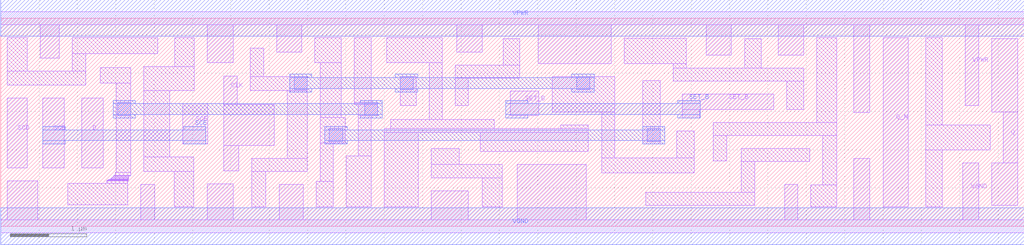
<source format=lef>
# Copyright 2020 The SkyWater PDK Authors
#
# Licensed under the Apache License, Version 2.0 (the "License");
# you may not use this file except in compliance with the License.
# You may obtain a copy of the License at
#
#     https://www.apache.org/licenses/LICENSE-2.0
#
# Unless required by applicable law or agreed to in writing, software
# distributed under the License is distributed on an "AS IS" BASIS,
# WITHOUT WARRANTIES OR CONDITIONS OF ANY KIND, either express or implied.
# See the License for the specific language governing permissions and
# limitations under the License.
#
# SPDX-License-Identifier: Apache-2.0

VERSION 5.5 ;
NAMESCASESENSITIVE ON ;
BUSBITCHARS "[]" ;
DIVIDERCHAR "/" ;
MACRO sky130_fd_sc_hd__sdfsbp_1
  CLASS CORE ;
  SOURCE USER ;
  ORIGIN  0.000000  0.000000 ;
  SIZE  13.34000 BY  2.720000 ;
  SYMMETRY X Y R90 ;
  SITE unithd ;
  PIN D
    ANTENNAGATEAREA  0.159000 ;
    DIRECTION INPUT ;
    USE SIGNAL ;
    PORT
      LAYER li1 ;
        RECT 1.055000 0.765000 1.335000 1.675000 ;
    END
  END D
  PIN Q
    ANTENNADIFFAREA  0.429000 ;
    DIRECTION OUTPUT ;
    USE SIGNAL ;
    PORT
      LAYER li1 ;
        RECT 12.915000 0.275000 13.255000 0.825000 ;
        RECT 12.915000 1.495000 13.255000 2.450000 ;
        RECT 13.070000 0.825000 13.255000 1.495000 ;
    END
  END Q
  PIN Q_N
    ANTENNADIFFAREA  0.429000 ;
    DIRECTION OUTPUT ;
    USE SIGNAL ;
    PORT
      LAYER li1 ;
        RECT 11.500000 0.255000 11.830000 2.465000 ;
    END
  END Q_N
  PIN SCD
    ANTENNAGATEAREA  0.159000 ;
    DIRECTION INPUT ;
    USE SIGNAL ;
    PORT
      LAYER li1 ;
        RECT 0.085000 0.765000 0.345000 1.675000 ;
    END
  END SCD
  PIN SCE
    ANTENNAGATEAREA  0.318000 ;
    DIRECTION INPUT ;
    USE SIGNAL ;
    PORT
      LAYER li1 ;
        RECT 0.545000 0.765000 0.825000 1.675000 ;
    END
    PORT
      LAYER li1 ;
        RECT 2.370000 1.075000 2.700000 1.600000 ;
    END
    PORT
      LAYER met1 ;
        RECT 0.550000 1.075000 0.840000 1.120000 ;
        RECT 0.550000 1.120000 2.675000 1.260000 ;
        RECT 0.550000 1.260000 0.840000 1.305000 ;
        RECT 2.385000 1.075000 2.675000 1.120000 ;
        RECT 2.385000 1.260000 2.675000 1.305000 ;
    END
  END SCE
  PIN SET_B
    ANTENNAGATEAREA  0.252000 ;
    DIRECTION INPUT ;
    USE SIGNAL ;
    PORT
      LAYER li1 ;
        RECT 6.640000 1.445000 7.015000 1.765000 ;
    END
    PORT
      LAYER li1 ;
        RECT 8.885000 1.415000  9.110000 1.525000 ;
        RECT 8.885000 1.525000 10.075000 1.725000 ;
    END
    PORT
      LAYER met1 ;
        RECT 6.580000 1.415000 6.870000 1.460000 ;
        RECT 6.580000 1.460000 9.115000 1.600000 ;
        RECT 6.580000 1.600000 6.870000 1.645000 ;
        RECT 8.825000 1.415000 9.115000 1.460000 ;
        RECT 8.825000 1.600000 9.115000 1.645000 ;
    END
  END SET_B
  PIN CLK
    ANTENNAGATEAREA  0.159000 ;
    DIRECTION INPUT ;
    USE CLOCK ;
    PORT
      LAYER li1 ;
        RECT 2.905000 0.725000 3.100000 1.055000 ;
        RECT 2.905000 1.055000 3.565000 1.590000 ;
        RECT 2.905000 1.590000 3.085000 1.960000 ;
    END
  END CLK
  PIN VGND
    DIRECTION INOUT ;
    SHAPE ABUTMENT ;
    USE GROUND ;
    PORT
      LAYER li1 ;
        RECT  0.000000 -0.085000 13.340000 0.085000 ;
        RECT  0.085000  0.085000  0.480000 0.595000 ;
        RECT  1.825000  0.085000  2.005000 0.545000 ;
        RECT  2.690000  0.085000  3.030000 0.555000 ;
        RECT  3.630000  0.085000  3.940000 0.545000 ;
        RECT  5.610000  0.085000  6.095000 0.465000 ;
        RECT  6.735000  0.085000  7.630000 0.805000 ;
        RECT 10.220000  0.085000 10.390000 0.545000 ;
        RECT 11.120000  0.085000 11.330000 0.885000 ;
        RECT 12.540000  0.085000 12.745000 0.825000 ;
    END
    PORT
      LAYER met1 ;
        RECT 0.000000 -0.240000 13.340000 0.240000 ;
    END
  END VGND
  PIN VNB
    DIRECTION INOUT ;
    USE GROUND ;
    PORT
    END
  END VNB
  PIN VPB
    DIRECTION INOUT ;
    USE POWER ;
    PORT
    END
  END VPB
  PIN VPWR
    DIRECTION INOUT ;
    SHAPE ABUTMENT ;
    USE POWER ;
    PORT
      LAYER li1 ;
        RECT  0.000000 2.635000 13.340000 2.805000 ;
        RECT  0.515000 2.195000  0.765000 2.635000 ;
        RECT  2.690000 2.140000  3.030000 2.635000 ;
        RECT  3.595000 2.275000  3.925000 2.635000 ;
        RECT  5.945000 2.275000  6.275000 2.635000 ;
        RECT  7.005000 2.125000  7.960000 2.635000 ;
        RECT  9.195000 2.235000  9.525000 2.635000 ;
        RECT 10.135000 2.235000 10.465000 2.635000 ;
        RECT 11.120000 1.485000 11.330000 2.635000 ;
        RECT 12.575000 1.575000 12.745000 2.635000 ;
    END
    PORT
      LAYER met1 ;
        RECT 0.000000 2.480000 13.340000 2.960000 ;
    END
  END VPWR
  OBS
    LAYER li1 ;
      RECT  0.085000 1.845000  1.105000 2.025000 ;
      RECT  0.085000 2.025000  0.345000 2.465000 ;
      RECT  0.875000 0.280000  1.655000 0.560000 ;
      RECT  0.935000 2.025000  1.105000 2.255000 ;
      RECT  0.935000 2.255000  2.045000 2.465000 ;
      RECT  1.295000 1.870000  1.695000 2.075000 ;
      RECT  1.380000 0.560000  1.655000 0.590000 ;
      RECT  1.380000 0.590000  1.660000 0.600000 ;
      RECT  1.395000 0.600000  1.660000 0.605000 ;
      RECT  1.405000 0.605000  1.660000 0.610000 ;
      RECT  1.420000 0.610000  1.660000 0.615000 ;
      RECT  1.430000 0.615000  1.670000 0.620000 ;
      RECT  1.440000 0.620000  1.670000 0.630000 ;
      RECT  1.445000 0.630000  1.670000 0.635000 ;
      RECT  1.460000 0.635000  1.670000 0.645000 ;
      RECT  1.475000 0.645000  1.670000 0.655000 ;
      RECT  1.475000 0.655000  1.695000 0.665000 ;
      RECT  1.495000 0.665000  1.695000 0.705000 ;
      RECT  1.505000 0.705000  1.695000 1.870000 ;
      RECT  1.865000 0.715000  2.515000 0.905000 ;
      RECT  1.865000 0.905000  2.200000 1.770000 ;
      RECT  1.865000 1.770000  2.520000 2.085000 ;
      RECT  2.260000 0.255000  2.515000 0.715000 ;
      RECT  2.270000 2.085000  2.520000 2.465000 ;
      RECT  3.255000 1.775000  3.995000 1.955000 ;
      RECT  3.255000 1.955000  3.425000 2.325000 ;
      RECT  3.270000 0.255000  3.455000 0.715000 ;
      RECT  3.270000 0.715000  3.995000 0.885000 ;
      RECT  3.735000 0.885000  3.995000 1.775000 ;
      RECT  4.095000 2.135000  4.440000 2.465000 ;
      RECT  4.110000 0.255000  4.335000 0.585000 ;
      RECT  4.165000 0.585000  4.335000 1.090000 ;
      RECT  4.165000 1.090000  4.490000 1.420000 ;
      RECT  4.165000 1.420000  4.440000 2.135000 ;
      RECT  4.505000 0.255000  4.830000 0.920000 ;
      RECT  4.610000 1.590000  4.915000 1.615000 ;
      RECT  4.610000 1.615000  4.830000 2.465000 ;
      RECT  4.660000 0.920000  4.830000 1.445000 ;
      RECT  4.660000 1.445000  4.915000 1.590000 ;
      RECT  5.000000 0.255000  5.440000 1.225000 ;
      RECT  5.000000 1.225000  7.660000 1.275000 ;
      RECT  5.030000 2.135000  5.755000 2.465000 ;
      RECT  5.085000 1.275000  6.435000 1.395000 ;
      RECT  5.205000 1.575000  5.415000 1.955000 ;
      RECT  5.585000 1.395000  5.755000 2.135000 ;
      RECT  5.610000 0.635000  6.535000 0.805000 ;
      RECT  5.610000 0.805000  5.975000 1.015000 ;
      RECT  5.925000 1.575000  6.095000 1.935000 ;
      RECT  5.925000 1.935000  6.765000 2.105000 ;
      RECT  6.250000 0.975000  7.660000 1.225000 ;
      RECT  6.275000 0.255000  6.535000 0.635000 ;
      RECT  6.550000 2.105000  6.765000 2.450000 ;
      RECT  7.190000 1.495000  8.005000 1.955000 ;
      RECT  7.300000 1.275000  7.660000 1.325000 ;
      RECT  7.835000 0.695000  9.040000 0.895000 ;
      RECT  7.835000 0.895000  8.005000 1.495000 ;
      RECT  8.130000 2.125000  8.935000 2.460000 ;
      RECT  8.365000 1.075000  8.595000 1.905000 ;
      RECT  8.410000 0.275000  9.825000 0.445000 ;
      RECT  8.765000 1.895000 10.465000 2.065000 ;
      RECT  8.765000 2.065000  8.935000 2.125000 ;
      RECT  8.810000 0.895000  9.040000 1.245000 ;
      RECT  9.290000 0.855000  9.465000 1.185000 ;
      RECT  9.290000 1.185000 10.895000 1.355000 ;
      RECT  9.655000 0.445000  9.825000 0.845000 ;
      RECT  9.655000 0.845000 10.545000 1.015000 ;
      RECT  9.695000 2.065000  9.910000 2.450000 ;
      RECT 10.245000 1.525000 10.465000 1.895000 ;
      RECT 10.560000 0.255000 10.895000 0.540000 ;
      RECT 10.635000 1.355000 10.895000 2.465000 ;
      RECT 10.715000 0.540000 10.895000 1.185000 ;
      RECT 12.060000 0.255000 12.270000 0.995000 ;
      RECT 12.060000 0.995000 12.900000 1.325000 ;
      RECT 12.060000 1.325000 12.270000 2.465000 ;
    LAYER mcon ;
      RECT 1.525000 1.445000 1.695000 1.615000 ;
      RECT 3.825000 1.785000 3.995000 1.955000 ;
      RECT 4.285000 1.105000 4.455000 1.275000 ;
      RECT 4.745000 1.445000 4.915000 1.615000 ;
      RECT 5.205000 1.785000 5.375000 1.955000 ;
      RECT 7.505000 1.785000 7.675000 1.955000 ;
      RECT 8.425000 1.105000 8.595000 1.275000 ;
    LAYER met1 ;
      RECT 1.465000 1.415000 1.755000 1.460000 ;
      RECT 1.465000 1.460000 4.975000 1.600000 ;
      RECT 1.465000 1.600000 1.755000 1.645000 ;
      RECT 3.765000 1.755000 4.055000 1.800000 ;
      RECT 3.765000 1.800000 7.735000 1.940000 ;
      RECT 3.765000 1.940000 4.055000 1.985000 ;
      RECT 4.225000 1.075000 4.515000 1.120000 ;
      RECT 4.225000 1.120000 8.655000 1.260000 ;
      RECT 4.225000 1.260000 4.515000 1.305000 ;
      RECT 4.685000 1.415000 4.975000 1.460000 ;
      RECT 4.685000 1.600000 4.975000 1.645000 ;
      RECT 5.145000 1.755000 5.435000 1.800000 ;
      RECT 5.145000 1.940000 5.435000 1.985000 ;
      RECT 7.445000 1.755000 7.735000 1.800000 ;
      RECT 7.445000 1.940000 7.735000 1.985000 ;
      RECT 8.365000 1.075000 8.655000 1.120000 ;
      RECT 8.365000 1.260000 8.655000 1.305000 ;
  END
END sky130_fd_sc_hd__sdfsbp_1
END LIBRARY

</source>
